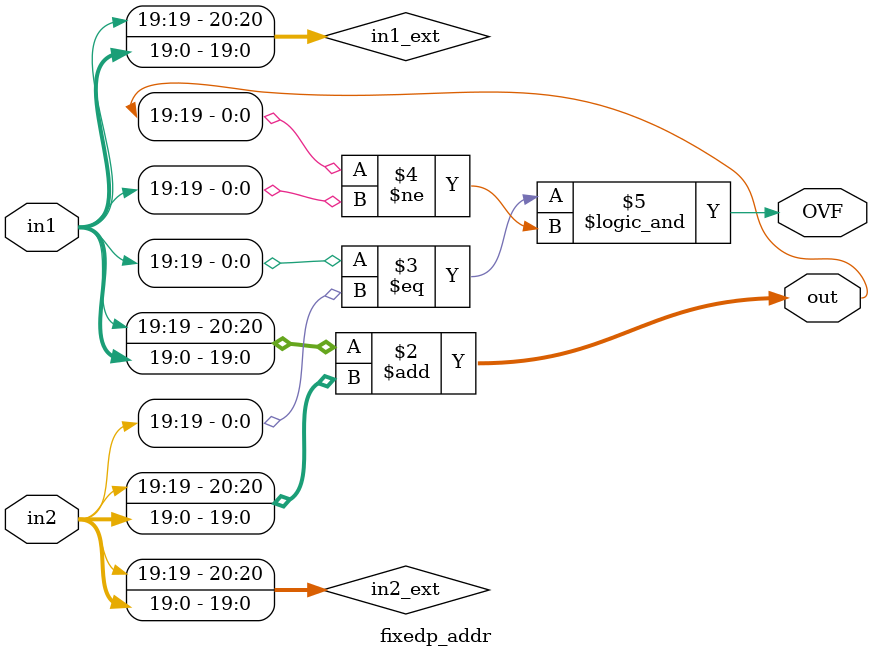
<source format=v>
`timescale 1ns / 1ps


module fixedp_addr #(parameter WI1 = 4, WF1 = 16, WI2 = 4, WF2 = 16, 
                     WIO = ((WI1 > WI2) ? WI1 : WI2) + 1, 
                     WFO = ((WF1 > WF2) ? WF1 : WF2))
                    (input signed[WI1+WF1-1:0] in1,
                     input signed[WI2+WF2-1:0] in2,
                     output reg signed [WIO+WFO-1:0] out,
                     output reg OVF
                    );
    
    localparam i_max = (WI1 > WI2) ? WI1 : WI2;
    localparam f_max = (WF1 > WF2) ? WF1 : WF2;
    
    reg signed [i_max+f_max:0] in1_ext;
    reg signed [i_max+f_max:0] in2_ext;

    always @* begin

        //If in1 has more fractional and integer bits, sign extend and pad in2
        if(WI1 > WI2 && WF1 > WF2) begin
            in1_ext = in1;
            in2_ext = {{(WI1-WI2){in2[WI2+WF2-1]}}, in2, {(WF1-WF2){1'b0}}};
        end
        //If in2 has more fractional and integer bits, sign extend and pad in1
        else if(WI1 < WI2 && WF1 < WF2) begin
            in1_ext = {{(WI2-WI1){in1[WI1+WF1-1]}}, in1, {(WF2-WF1){1'b0}}};
            in2_ext = in2;
        end
        //If in1 has more integer bits but in2 has more fractional bits, sign extend in2 and pad in1
         else if(WI1 > WI2 && WF1 < WF2) begin
            in1_ext = {in1, {(WF2-WF1){1'b0}}};
            in2_ext = {{(WI1-WI2){in2[WI2+WF2-1]}}, in2};
        end
        //If in2 has more integer bits but in1 has more fractional bits, sign extend in1 and pad in2
         else if(WI1 < WI2 && WF1 > WF2) begin
            in1_ext = {{(WI2-WI1){in1[WI1+WF1-1]}}, in1};
            in2_ext = {in2, {(WF1-WF2){1'b0}}};
        end
        //If in1 has more integer bits, sign extend in2
        else if(WI1 > WI2 && WF1 == WF2) begin
            in1_ext = in1;
            in2_ext = {{(WI1-WI2){in2[WI2+WF2-1]}}, in2};
        end
        //If in2 has more integer bits, sign extend in1
        else if(WI1 < WI2 && WF1 == WF2) begin
            in1_ext = {{(WI2-WI1){in1[WI1+WF1-1]}}, in1};
            in2_ext = in2;
        end
        //If in1 has more fractional bits, pad in2       
        else if(WF1 > WF2 && WI1 == WI2) begin
            in1_ext = in1;
            in2_ext = {in2, {(WF1-WF2){1'b0}}};
        end
        //If in2 has more fractional bits, pad in1 
        else if(WF1 < WF2 && WI1 == WI2) begin
            in1_ext = {in1, {(WF2-WF1){1'b0}}};
            in2_ext = in2;
        end
        //Already alinged
        else if(WI1 == WI2 && WF1 == WF2) begin
            in1_ext = in1;
            in2_ext = in2;
        end
        
        out = in1_ext + in2_ext;
        
        //Checks to see if input sign bit matches output sign bit
        OVF = ((in1_ext[i_max+f_max-1]) == (in2_ext[i_max+f_max-1])) 
            && (out[i_max+f_max-1] != (in1_ext[i_max+f_max-1]));   
            
    end               
endmodule
</source>
